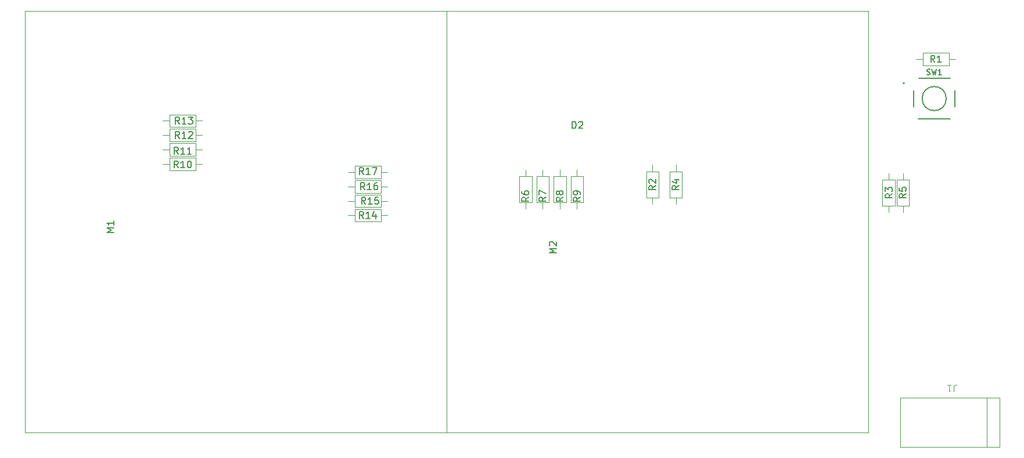
<source format=gbr>
%TF.GenerationSoftware,KiCad,Pcbnew,8.0.1*%
%TF.CreationDate,2024-05-09T09:41:50-04:00*%
%TF.ProjectId,Project 4.0,50726f6a-6563-4742-9034-2e302e6b6963,rev?*%
%TF.SameCoordinates,Original*%
%TF.FileFunction,Legend,Top*%
%TF.FilePolarity,Positive*%
%FSLAX46Y46*%
G04 Gerber Fmt 4.6, Leading zero omitted, Abs format (unit mm)*
G04 Created by KiCad (PCBNEW 8.0.1) date 2024-05-09 09:41:50*
%MOMM*%
%LPD*%
G01*
G04 APERTURE LIST*
%ADD10C,0.150000*%
%ADD11C,0.100000*%
%ADD12C,0.120000*%
%ADD13C,0.127000*%
%ADD14C,0.200000*%
G04 APERTURE END LIST*
D10*
X146357142Y-81354819D02*
X146023809Y-80878628D01*
X145785714Y-81354819D02*
X145785714Y-80354819D01*
X145785714Y-80354819D02*
X146166666Y-80354819D01*
X146166666Y-80354819D02*
X146261904Y-80402438D01*
X146261904Y-80402438D02*
X146309523Y-80450057D01*
X146309523Y-80450057D02*
X146357142Y-80545295D01*
X146357142Y-80545295D02*
X146357142Y-80688152D01*
X146357142Y-80688152D02*
X146309523Y-80783390D01*
X146309523Y-80783390D02*
X146261904Y-80831009D01*
X146261904Y-80831009D02*
X146166666Y-80878628D01*
X146166666Y-80878628D02*
X145785714Y-80878628D01*
X147309523Y-81354819D02*
X146738095Y-81354819D01*
X147023809Y-81354819D02*
X147023809Y-80354819D01*
X147023809Y-80354819D02*
X146928571Y-80497676D01*
X146928571Y-80497676D02*
X146833333Y-80592914D01*
X146833333Y-80592914D02*
X146738095Y-80640533D01*
X147928571Y-80354819D02*
X148023809Y-80354819D01*
X148023809Y-80354819D02*
X148119047Y-80402438D01*
X148119047Y-80402438D02*
X148166666Y-80450057D01*
X148166666Y-80450057D02*
X148214285Y-80545295D01*
X148214285Y-80545295D02*
X148261904Y-80735771D01*
X148261904Y-80735771D02*
X148261904Y-80973866D01*
X148261904Y-80973866D02*
X148214285Y-81164342D01*
X148214285Y-81164342D02*
X148166666Y-81259580D01*
X148166666Y-81259580D02*
X148119047Y-81307200D01*
X148119047Y-81307200D02*
X148023809Y-81354819D01*
X148023809Y-81354819D02*
X147928571Y-81354819D01*
X147928571Y-81354819D02*
X147833333Y-81307200D01*
X147833333Y-81307200D02*
X147785714Y-81259580D01*
X147785714Y-81259580D02*
X147738095Y-81164342D01*
X147738095Y-81164342D02*
X147690476Y-80973866D01*
X147690476Y-80973866D02*
X147690476Y-80735771D01*
X147690476Y-80735771D02*
X147738095Y-80545295D01*
X147738095Y-80545295D02*
X147785714Y-80450057D01*
X147785714Y-80450057D02*
X147833333Y-80402438D01*
X147833333Y-80402438D02*
X147928571Y-80354819D01*
X255493332Y-67729802D02*
X255607618Y-67767897D01*
X255607618Y-67767897D02*
X255798094Y-67767897D01*
X255798094Y-67767897D02*
X255874285Y-67729802D01*
X255874285Y-67729802D02*
X255912380Y-67691706D01*
X255912380Y-67691706D02*
X255950475Y-67615516D01*
X255950475Y-67615516D02*
X255950475Y-67539325D01*
X255950475Y-67539325D02*
X255912380Y-67463135D01*
X255912380Y-67463135D02*
X255874285Y-67425040D01*
X255874285Y-67425040D02*
X255798094Y-67386944D01*
X255798094Y-67386944D02*
X255645713Y-67348849D01*
X255645713Y-67348849D02*
X255569523Y-67310754D01*
X255569523Y-67310754D02*
X255531428Y-67272659D01*
X255531428Y-67272659D02*
X255493332Y-67196468D01*
X255493332Y-67196468D02*
X255493332Y-67120278D01*
X255493332Y-67120278D02*
X255531428Y-67044087D01*
X255531428Y-67044087D02*
X255569523Y-67005992D01*
X255569523Y-67005992D02*
X255645713Y-66967897D01*
X255645713Y-66967897D02*
X255836190Y-66967897D01*
X255836190Y-66967897D02*
X255950475Y-67005992D01*
X256217142Y-66967897D02*
X256407618Y-67767897D01*
X256407618Y-67767897D02*
X256559999Y-67196468D01*
X256559999Y-67196468D02*
X256712380Y-67767897D01*
X256712380Y-67767897D02*
X256902857Y-66967897D01*
X257626666Y-67767897D02*
X257169523Y-67767897D01*
X257398095Y-67767897D02*
X257398095Y-66967897D01*
X257398095Y-66967897D02*
X257321904Y-67082182D01*
X257321904Y-67082182D02*
X257245714Y-67158373D01*
X257245714Y-67158373D02*
X257169523Y-67196468D01*
X204954819Y-85666666D02*
X204478628Y-85999999D01*
X204954819Y-86238094D02*
X203954819Y-86238094D01*
X203954819Y-86238094D02*
X203954819Y-85857142D01*
X203954819Y-85857142D02*
X204002438Y-85761904D01*
X204002438Y-85761904D02*
X204050057Y-85714285D01*
X204050057Y-85714285D02*
X204145295Y-85666666D01*
X204145295Y-85666666D02*
X204288152Y-85666666D01*
X204288152Y-85666666D02*
X204383390Y-85714285D01*
X204383390Y-85714285D02*
X204431009Y-85761904D01*
X204431009Y-85761904D02*
X204478628Y-85857142D01*
X204478628Y-85857142D02*
X204478628Y-86238094D01*
X204954819Y-85190475D02*
X204954819Y-84999999D01*
X204954819Y-84999999D02*
X204907200Y-84904761D01*
X204907200Y-84904761D02*
X204859580Y-84857142D01*
X204859580Y-84857142D02*
X204716723Y-84761904D01*
X204716723Y-84761904D02*
X204526247Y-84714285D01*
X204526247Y-84714285D02*
X204145295Y-84714285D01*
X204145295Y-84714285D02*
X204050057Y-84761904D01*
X204050057Y-84761904D02*
X204002438Y-84809523D01*
X204002438Y-84809523D02*
X203954819Y-84904761D01*
X203954819Y-84904761D02*
X203954819Y-85095237D01*
X203954819Y-85095237D02*
X204002438Y-85190475D01*
X204002438Y-85190475D02*
X204050057Y-85238094D01*
X204050057Y-85238094D02*
X204145295Y-85285713D01*
X204145295Y-85285713D02*
X204383390Y-85285713D01*
X204383390Y-85285713D02*
X204478628Y-85238094D01*
X204478628Y-85238094D02*
X204526247Y-85190475D01*
X204526247Y-85190475D02*
X204573866Y-85095237D01*
X204573866Y-85095237D02*
X204573866Y-84904761D01*
X204573866Y-84904761D02*
X204526247Y-84809523D01*
X204526247Y-84809523D02*
X204478628Y-84761904D01*
X204478628Y-84761904D02*
X204383390Y-84714285D01*
X215954819Y-83976666D02*
X215478628Y-84309999D01*
X215954819Y-84548094D02*
X214954819Y-84548094D01*
X214954819Y-84548094D02*
X214954819Y-84167142D01*
X214954819Y-84167142D02*
X215002438Y-84071904D01*
X215002438Y-84071904D02*
X215050057Y-84024285D01*
X215050057Y-84024285D02*
X215145295Y-83976666D01*
X215145295Y-83976666D02*
X215288152Y-83976666D01*
X215288152Y-83976666D02*
X215383390Y-84024285D01*
X215383390Y-84024285D02*
X215431009Y-84071904D01*
X215431009Y-84071904D02*
X215478628Y-84167142D01*
X215478628Y-84167142D02*
X215478628Y-84548094D01*
X215050057Y-83595713D02*
X215002438Y-83548094D01*
X215002438Y-83548094D02*
X214954819Y-83452856D01*
X214954819Y-83452856D02*
X214954819Y-83214761D01*
X214954819Y-83214761D02*
X215002438Y-83119523D01*
X215002438Y-83119523D02*
X215050057Y-83071904D01*
X215050057Y-83071904D02*
X215145295Y-83024285D01*
X215145295Y-83024285D02*
X215240533Y-83024285D01*
X215240533Y-83024285D02*
X215383390Y-83071904D01*
X215383390Y-83071904D02*
X215954819Y-83643332D01*
X215954819Y-83643332D02*
X215954819Y-83024285D01*
X252454819Y-85166666D02*
X251978628Y-85499999D01*
X252454819Y-85738094D02*
X251454819Y-85738094D01*
X251454819Y-85738094D02*
X251454819Y-85357142D01*
X251454819Y-85357142D02*
X251502438Y-85261904D01*
X251502438Y-85261904D02*
X251550057Y-85214285D01*
X251550057Y-85214285D02*
X251645295Y-85166666D01*
X251645295Y-85166666D02*
X251788152Y-85166666D01*
X251788152Y-85166666D02*
X251883390Y-85214285D01*
X251883390Y-85214285D02*
X251931009Y-85261904D01*
X251931009Y-85261904D02*
X251978628Y-85357142D01*
X251978628Y-85357142D02*
X251978628Y-85738094D01*
X251454819Y-84261904D02*
X251454819Y-84738094D01*
X251454819Y-84738094D02*
X251931009Y-84785713D01*
X251931009Y-84785713D02*
X251883390Y-84738094D01*
X251883390Y-84738094D02*
X251835771Y-84642856D01*
X251835771Y-84642856D02*
X251835771Y-84404761D01*
X251835771Y-84404761D02*
X251883390Y-84309523D01*
X251883390Y-84309523D02*
X251931009Y-84261904D01*
X251931009Y-84261904D02*
X252026247Y-84214285D01*
X252026247Y-84214285D02*
X252264342Y-84214285D01*
X252264342Y-84214285D02*
X252359580Y-84261904D01*
X252359580Y-84261904D02*
X252407200Y-84309523D01*
X252407200Y-84309523D02*
X252454819Y-84404761D01*
X252454819Y-84404761D02*
X252454819Y-84642856D01*
X252454819Y-84642856D02*
X252407200Y-84738094D01*
X252407200Y-84738094D02*
X252359580Y-84785713D01*
X197454819Y-85666666D02*
X196978628Y-85999999D01*
X197454819Y-86238094D02*
X196454819Y-86238094D01*
X196454819Y-86238094D02*
X196454819Y-85857142D01*
X196454819Y-85857142D02*
X196502438Y-85761904D01*
X196502438Y-85761904D02*
X196550057Y-85714285D01*
X196550057Y-85714285D02*
X196645295Y-85666666D01*
X196645295Y-85666666D02*
X196788152Y-85666666D01*
X196788152Y-85666666D02*
X196883390Y-85714285D01*
X196883390Y-85714285D02*
X196931009Y-85761904D01*
X196931009Y-85761904D02*
X196978628Y-85857142D01*
X196978628Y-85857142D02*
X196978628Y-86238094D01*
X196454819Y-84809523D02*
X196454819Y-84999999D01*
X196454819Y-84999999D02*
X196502438Y-85095237D01*
X196502438Y-85095237D02*
X196550057Y-85142856D01*
X196550057Y-85142856D02*
X196692914Y-85238094D01*
X196692914Y-85238094D02*
X196883390Y-85285713D01*
X196883390Y-85285713D02*
X197264342Y-85285713D01*
X197264342Y-85285713D02*
X197359580Y-85238094D01*
X197359580Y-85238094D02*
X197407200Y-85190475D01*
X197407200Y-85190475D02*
X197454819Y-85095237D01*
X197454819Y-85095237D02*
X197454819Y-84904761D01*
X197454819Y-84904761D02*
X197407200Y-84809523D01*
X197407200Y-84809523D02*
X197359580Y-84761904D01*
X197359580Y-84761904D02*
X197264342Y-84714285D01*
X197264342Y-84714285D02*
X197026247Y-84714285D01*
X197026247Y-84714285D02*
X196931009Y-84761904D01*
X196931009Y-84761904D02*
X196883390Y-84809523D01*
X196883390Y-84809523D02*
X196835771Y-84904761D01*
X196835771Y-84904761D02*
X196835771Y-85095237D01*
X196835771Y-85095237D02*
X196883390Y-85190475D01*
X196883390Y-85190475D02*
X196931009Y-85238094D01*
X196931009Y-85238094D02*
X197026247Y-85285713D01*
X173357142Y-88754819D02*
X173023809Y-88278628D01*
X172785714Y-88754819D02*
X172785714Y-87754819D01*
X172785714Y-87754819D02*
X173166666Y-87754819D01*
X173166666Y-87754819D02*
X173261904Y-87802438D01*
X173261904Y-87802438D02*
X173309523Y-87850057D01*
X173309523Y-87850057D02*
X173357142Y-87945295D01*
X173357142Y-87945295D02*
X173357142Y-88088152D01*
X173357142Y-88088152D02*
X173309523Y-88183390D01*
X173309523Y-88183390D02*
X173261904Y-88231009D01*
X173261904Y-88231009D02*
X173166666Y-88278628D01*
X173166666Y-88278628D02*
X172785714Y-88278628D01*
X174309523Y-88754819D02*
X173738095Y-88754819D01*
X174023809Y-88754819D02*
X174023809Y-87754819D01*
X174023809Y-87754819D02*
X173928571Y-87897676D01*
X173928571Y-87897676D02*
X173833333Y-87992914D01*
X173833333Y-87992914D02*
X173738095Y-88040533D01*
X175166666Y-88088152D02*
X175166666Y-88754819D01*
X174928571Y-87707200D02*
X174690476Y-88421485D01*
X174690476Y-88421485D02*
X175309523Y-88421485D01*
X173667142Y-86654819D02*
X173333809Y-86178628D01*
X173095714Y-86654819D02*
X173095714Y-85654819D01*
X173095714Y-85654819D02*
X173476666Y-85654819D01*
X173476666Y-85654819D02*
X173571904Y-85702438D01*
X173571904Y-85702438D02*
X173619523Y-85750057D01*
X173619523Y-85750057D02*
X173667142Y-85845295D01*
X173667142Y-85845295D02*
X173667142Y-85988152D01*
X173667142Y-85988152D02*
X173619523Y-86083390D01*
X173619523Y-86083390D02*
X173571904Y-86131009D01*
X173571904Y-86131009D02*
X173476666Y-86178628D01*
X173476666Y-86178628D02*
X173095714Y-86178628D01*
X174619523Y-86654819D02*
X174048095Y-86654819D01*
X174333809Y-86654819D02*
X174333809Y-85654819D01*
X174333809Y-85654819D02*
X174238571Y-85797676D01*
X174238571Y-85797676D02*
X174143333Y-85892914D01*
X174143333Y-85892914D02*
X174048095Y-85940533D01*
X175524285Y-85654819D02*
X175048095Y-85654819D01*
X175048095Y-85654819D02*
X175000476Y-86131009D01*
X175000476Y-86131009D02*
X175048095Y-86083390D01*
X175048095Y-86083390D02*
X175143333Y-86035771D01*
X175143333Y-86035771D02*
X175381428Y-86035771D01*
X175381428Y-86035771D02*
X175476666Y-86083390D01*
X175476666Y-86083390D02*
X175524285Y-86131009D01*
X175524285Y-86131009D02*
X175571904Y-86226247D01*
X175571904Y-86226247D02*
X175571904Y-86464342D01*
X175571904Y-86464342D02*
X175524285Y-86559580D01*
X175524285Y-86559580D02*
X175476666Y-86607200D01*
X175476666Y-86607200D02*
X175381428Y-86654819D01*
X175381428Y-86654819D02*
X175143333Y-86654819D01*
X175143333Y-86654819D02*
X175048095Y-86607200D01*
X175048095Y-86607200D02*
X175000476Y-86559580D01*
X202454819Y-85666666D02*
X201978628Y-85999999D01*
X202454819Y-86238094D02*
X201454819Y-86238094D01*
X201454819Y-86238094D02*
X201454819Y-85857142D01*
X201454819Y-85857142D02*
X201502438Y-85761904D01*
X201502438Y-85761904D02*
X201550057Y-85714285D01*
X201550057Y-85714285D02*
X201645295Y-85666666D01*
X201645295Y-85666666D02*
X201788152Y-85666666D01*
X201788152Y-85666666D02*
X201883390Y-85714285D01*
X201883390Y-85714285D02*
X201931009Y-85761904D01*
X201931009Y-85761904D02*
X201978628Y-85857142D01*
X201978628Y-85857142D02*
X201978628Y-86238094D01*
X201883390Y-85095237D02*
X201835771Y-85190475D01*
X201835771Y-85190475D02*
X201788152Y-85238094D01*
X201788152Y-85238094D02*
X201692914Y-85285713D01*
X201692914Y-85285713D02*
X201645295Y-85285713D01*
X201645295Y-85285713D02*
X201550057Y-85238094D01*
X201550057Y-85238094D02*
X201502438Y-85190475D01*
X201502438Y-85190475D02*
X201454819Y-85095237D01*
X201454819Y-85095237D02*
X201454819Y-84904761D01*
X201454819Y-84904761D02*
X201502438Y-84809523D01*
X201502438Y-84809523D02*
X201550057Y-84761904D01*
X201550057Y-84761904D02*
X201645295Y-84714285D01*
X201645295Y-84714285D02*
X201692914Y-84714285D01*
X201692914Y-84714285D02*
X201788152Y-84761904D01*
X201788152Y-84761904D02*
X201835771Y-84809523D01*
X201835771Y-84809523D02*
X201883390Y-84904761D01*
X201883390Y-84904761D02*
X201883390Y-85095237D01*
X201883390Y-85095237D02*
X201931009Y-85190475D01*
X201931009Y-85190475D02*
X201978628Y-85238094D01*
X201978628Y-85238094D02*
X202073866Y-85285713D01*
X202073866Y-85285713D02*
X202264342Y-85285713D01*
X202264342Y-85285713D02*
X202359580Y-85238094D01*
X202359580Y-85238094D02*
X202407200Y-85190475D01*
X202407200Y-85190475D02*
X202454819Y-85095237D01*
X202454819Y-85095237D02*
X202454819Y-84904761D01*
X202454819Y-84904761D02*
X202407200Y-84809523D01*
X202407200Y-84809523D02*
X202359580Y-84761904D01*
X202359580Y-84761904D02*
X202264342Y-84714285D01*
X202264342Y-84714285D02*
X202073866Y-84714285D01*
X202073866Y-84714285D02*
X201978628Y-84761904D01*
X201978628Y-84761904D02*
X201931009Y-84809523D01*
X201931009Y-84809523D02*
X201883390Y-84904761D01*
X199954819Y-85666666D02*
X199478628Y-85999999D01*
X199954819Y-86238094D02*
X198954819Y-86238094D01*
X198954819Y-86238094D02*
X198954819Y-85857142D01*
X198954819Y-85857142D02*
X199002438Y-85761904D01*
X199002438Y-85761904D02*
X199050057Y-85714285D01*
X199050057Y-85714285D02*
X199145295Y-85666666D01*
X199145295Y-85666666D02*
X199288152Y-85666666D01*
X199288152Y-85666666D02*
X199383390Y-85714285D01*
X199383390Y-85714285D02*
X199431009Y-85761904D01*
X199431009Y-85761904D02*
X199478628Y-85857142D01*
X199478628Y-85857142D02*
X199478628Y-86238094D01*
X198954819Y-85333332D02*
X198954819Y-84666666D01*
X198954819Y-84666666D02*
X199954819Y-85095237D01*
X146547142Y-74954819D02*
X146213809Y-74478628D01*
X145975714Y-74954819D02*
X145975714Y-73954819D01*
X145975714Y-73954819D02*
X146356666Y-73954819D01*
X146356666Y-73954819D02*
X146451904Y-74002438D01*
X146451904Y-74002438D02*
X146499523Y-74050057D01*
X146499523Y-74050057D02*
X146547142Y-74145295D01*
X146547142Y-74145295D02*
X146547142Y-74288152D01*
X146547142Y-74288152D02*
X146499523Y-74383390D01*
X146499523Y-74383390D02*
X146451904Y-74431009D01*
X146451904Y-74431009D02*
X146356666Y-74478628D01*
X146356666Y-74478628D02*
X145975714Y-74478628D01*
X147499523Y-74954819D02*
X146928095Y-74954819D01*
X147213809Y-74954819D02*
X147213809Y-73954819D01*
X147213809Y-73954819D02*
X147118571Y-74097676D01*
X147118571Y-74097676D02*
X147023333Y-74192914D01*
X147023333Y-74192914D02*
X146928095Y-74240533D01*
X147832857Y-73954819D02*
X148451904Y-73954819D01*
X148451904Y-73954819D02*
X148118571Y-74335771D01*
X148118571Y-74335771D02*
X148261428Y-74335771D01*
X148261428Y-74335771D02*
X148356666Y-74383390D01*
X148356666Y-74383390D02*
X148404285Y-74431009D01*
X148404285Y-74431009D02*
X148451904Y-74526247D01*
X148451904Y-74526247D02*
X148451904Y-74764342D01*
X148451904Y-74764342D02*
X148404285Y-74859580D01*
X148404285Y-74859580D02*
X148356666Y-74907200D01*
X148356666Y-74907200D02*
X148261428Y-74954819D01*
X148261428Y-74954819D02*
X147975714Y-74954819D01*
X147975714Y-74954819D02*
X147880476Y-74907200D01*
X147880476Y-74907200D02*
X147832857Y-74859580D01*
X250454819Y-85166666D02*
X249978628Y-85499999D01*
X250454819Y-85738094D02*
X249454819Y-85738094D01*
X249454819Y-85738094D02*
X249454819Y-85357142D01*
X249454819Y-85357142D02*
X249502438Y-85261904D01*
X249502438Y-85261904D02*
X249550057Y-85214285D01*
X249550057Y-85214285D02*
X249645295Y-85166666D01*
X249645295Y-85166666D02*
X249788152Y-85166666D01*
X249788152Y-85166666D02*
X249883390Y-85214285D01*
X249883390Y-85214285D02*
X249931009Y-85261904D01*
X249931009Y-85261904D02*
X249978628Y-85357142D01*
X249978628Y-85357142D02*
X249978628Y-85738094D01*
X249454819Y-84833332D02*
X249454819Y-84214285D01*
X249454819Y-84214285D02*
X249835771Y-84547618D01*
X249835771Y-84547618D02*
X249835771Y-84404761D01*
X249835771Y-84404761D02*
X249883390Y-84309523D01*
X249883390Y-84309523D02*
X249931009Y-84261904D01*
X249931009Y-84261904D02*
X250026247Y-84214285D01*
X250026247Y-84214285D02*
X250264342Y-84214285D01*
X250264342Y-84214285D02*
X250359580Y-84261904D01*
X250359580Y-84261904D02*
X250407200Y-84309523D01*
X250407200Y-84309523D02*
X250454819Y-84404761D01*
X250454819Y-84404761D02*
X250454819Y-84690475D01*
X250454819Y-84690475D02*
X250407200Y-84785713D01*
X250407200Y-84785713D02*
X250359580Y-84833332D01*
X146547142Y-77054819D02*
X146213809Y-76578628D01*
X145975714Y-77054819D02*
X145975714Y-76054819D01*
X145975714Y-76054819D02*
X146356666Y-76054819D01*
X146356666Y-76054819D02*
X146451904Y-76102438D01*
X146451904Y-76102438D02*
X146499523Y-76150057D01*
X146499523Y-76150057D02*
X146547142Y-76245295D01*
X146547142Y-76245295D02*
X146547142Y-76388152D01*
X146547142Y-76388152D02*
X146499523Y-76483390D01*
X146499523Y-76483390D02*
X146451904Y-76531009D01*
X146451904Y-76531009D02*
X146356666Y-76578628D01*
X146356666Y-76578628D02*
X145975714Y-76578628D01*
X147499523Y-77054819D02*
X146928095Y-77054819D01*
X147213809Y-77054819D02*
X147213809Y-76054819D01*
X147213809Y-76054819D02*
X147118571Y-76197676D01*
X147118571Y-76197676D02*
X147023333Y-76292914D01*
X147023333Y-76292914D02*
X146928095Y-76340533D01*
X147880476Y-76150057D02*
X147928095Y-76102438D01*
X147928095Y-76102438D02*
X148023333Y-76054819D01*
X148023333Y-76054819D02*
X148261428Y-76054819D01*
X148261428Y-76054819D02*
X148356666Y-76102438D01*
X148356666Y-76102438D02*
X148404285Y-76150057D01*
X148404285Y-76150057D02*
X148451904Y-76245295D01*
X148451904Y-76245295D02*
X148451904Y-76340533D01*
X148451904Y-76340533D02*
X148404285Y-76483390D01*
X148404285Y-76483390D02*
X147832857Y-77054819D01*
X147832857Y-77054819D02*
X148451904Y-77054819D01*
X146357142Y-79354819D02*
X146023809Y-78878628D01*
X145785714Y-79354819D02*
X145785714Y-78354819D01*
X145785714Y-78354819D02*
X146166666Y-78354819D01*
X146166666Y-78354819D02*
X146261904Y-78402438D01*
X146261904Y-78402438D02*
X146309523Y-78450057D01*
X146309523Y-78450057D02*
X146357142Y-78545295D01*
X146357142Y-78545295D02*
X146357142Y-78688152D01*
X146357142Y-78688152D02*
X146309523Y-78783390D01*
X146309523Y-78783390D02*
X146261904Y-78831009D01*
X146261904Y-78831009D02*
X146166666Y-78878628D01*
X146166666Y-78878628D02*
X145785714Y-78878628D01*
X147309523Y-79354819D02*
X146738095Y-79354819D01*
X147023809Y-79354819D02*
X147023809Y-78354819D01*
X147023809Y-78354819D02*
X146928571Y-78497676D01*
X146928571Y-78497676D02*
X146833333Y-78592914D01*
X146833333Y-78592914D02*
X146738095Y-78640533D01*
X148261904Y-79354819D02*
X147690476Y-79354819D01*
X147976190Y-79354819D02*
X147976190Y-78354819D01*
X147976190Y-78354819D02*
X147880952Y-78497676D01*
X147880952Y-78497676D02*
X147785714Y-78592914D01*
X147785714Y-78592914D02*
X147690476Y-78640533D01*
X219354819Y-83976666D02*
X218878628Y-84309999D01*
X219354819Y-84548094D02*
X218354819Y-84548094D01*
X218354819Y-84548094D02*
X218354819Y-84167142D01*
X218354819Y-84167142D02*
X218402438Y-84071904D01*
X218402438Y-84071904D02*
X218450057Y-84024285D01*
X218450057Y-84024285D02*
X218545295Y-83976666D01*
X218545295Y-83976666D02*
X218688152Y-83976666D01*
X218688152Y-83976666D02*
X218783390Y-84024285D01*
X218783390Y-84024285D02*
X218831009Y-84071904D01*
X218831009Y-84071904D02*
X218878628Y-84167142D01*
X218878628Y-84167142D02*
X218878628Y-84548094D01*
X218688152Y-83119523D02*
X219354819Y-83119523D01*
X218307200Y-83357618D02*
X219021485Y-83595713D01*
X219021485Y-83595713D02*
X219021485Y-82976666D01*
X173547142Y-84554819D02*
X173213809Y-84078628D01*
X172975714Y-84554819D02*
X172975714Y-83554819D01*
X172975714Y-83554819D02*
X173356666Y-83554819D01*
X173356666Y-83554819D02*
X173451904Y-83602438D01*
X173451904Y-83602438D02*
X173499523Y-83650057D01*
X173499523Y-83650057D02*
X173547142Y-83745295D01*
X173547142Y-83745295D02*
X173547142Y-83888152D01*
X173547142Y-83888152D02*
X173499523Y-83983390D01*
X173499523Y-83983390D02*
X173451904Y-84031009D01*
X173451904Y-84031009D02*
X173356666Y-84078628D01*
X173356666Y-84078628D02*
X172975714Y-84078628D01*
X174499523Y-84554819D02*
X173928095Y-84554819D01*
X174213809Y-84554819D02*
X174213809Y-83554819D01*
X174213809Y-83554819D02*
X174118571Y-83697676D01*
X174118571Y-83697676D02*
X174023333Y-83792914D01*
X174023333Y-83792914D02*
X173928095Y-83840533D01*
X175356666Y-83554819D02*
X175166190Y-83554819D01*
X175166190Y-83554819D02*
X175070952Y-83602438D01*
X175070952Y-83602438D02*
X175023333Y-83650057D01*
X175023333Y-83650057D02*
X174928095Y-83792914D01*
X174928095Y-83792914D02*
X174880476Y-83983390D01*
X174880476Y-83983390D02*
X174880476Y-84364342D01*
X174880476Y-84364342D02*
X174928095Y-84459580D01*
X174928095Y-84459580D02*
X174975714Y-84507200D01*
X174975714Y-84507200D02*
X175070952Y-84554819D01*
X175070952Y-84554819D02*
X175261428Y-84554819D01*
X175261428Y-84554819D02*
X175356666Y-84507200D01*
X175356666Y-84507200D02*
X175404285Y-84459580D01*
X175404285Y-84459580D02*
X175451904Y-84364342D01*
X175451904Y-84364342D02*
X175451904Y-84126247D01*
X175451904Y-84126247D02*
X175404285Y-84031009D01*
X175404285Y-84031009D02*
X175356666Y-83983390D01*
X175356666Y-83983390D02*
X175261428Y-83935771D01*
X175261428Y-83935771D02*
X175070952Y-83935771D01*
X175070952Y-83935771D02*
X174975714Y-83983390D01*
X174975714Y-83983390D02*
X174928095Y-84031009D01*
X174928095Y-84031009D02*
X174880476Y-84126247D01*
X256643333Y-65954819D02*
X256310000Y-65478628D01*
X256071905Y-65954819D02*
X256071905Y-64954819D01*
X256071905Y-64954819D02*
X256452857Y-64954819D01*
X256452857Y-64954819D02*
X256548095Y-65002438D01*
X256548095Y-65002438D02*
X256595714Y-65050057D01*
X256595714Y-65050057D02*
X256643333Y-65145295D01*
X256643333Y-65145295D02*
X256643333Y-65288152D01*
X256643333Y-65288152D02*
X256595714Y-65383390D01*
X256595714Y-65383390D02*
X256548095Y-65431009D01*
X256548095Y-65431009D02*
X256452857Y-65478628D01*
X256452857Y-65478628D02*
X256071905Y-65478628D01*
X257595714Y-65954819D02*
X257024286Y-65954819D01*
X257310000Y-65954819D02*
X257310000Y-64954819D01*
X257310000Y-64954819D02*
X257214762Y-65097676D01*
X257214762Y-65097676D02*
X257119524Y-65192914D01*
X257119524Y-65192914D02*
X257024286Y-65240533D01*
X201454819Y-93809523D02*
X200454819Y-93809523D01*
X200454819Y-93809523D02*
X201169104Y-93476190D01*
X201169104Y-93476190D02*
X200454819Y-93142857D01*
X200454819Y-93142857D02*
X201454819Y-93142857D01*
X200550057Y-92714285D02*
X200502438Y-92666666D01*
X200502438Y-92666666D02*
X200454819Y-92571428D01*
X200454819Y-92571428D02*
X200454819Y-92333333D01*
X200454819Y-92333333D02*
X200502438Y-92238095D01*
X200502438Y-92238095D02*
X200550057Y-92190476D01*
X200550057Y-92190476D02*
X200645295Y-92142857D01*
X200645295Y-92142857D02*
X200740533Y-92142857D01*
X200740533Y-92142857D02*
X200883390Y-92190476D01*
X200883390Y-92190476D02*
X201454819Y-92761904D01*
X201454819Y-92761904D02*
X201454819Y-92142857D01*
X173357142Y-82334819D02*
X173023809Y-81858628D01*
X172785714Y-82334819D02*
X172785714Y-81334819D01*
X172785714Y-81334819D02*
X173166666Y-81334819D01*
X173166666Y-81334819D02*
X173261904Y-81382438D01*
X173261904Y-81382438D02*
X173309523Y-81430057D01*
X173309523Y-81430057D02*
X173357142Y-81525295D01*
X173357142Y-81525295D02*
X173357142Y-81668152D01*
X173357142Y-81668152D02*
X173309523Y-81763390D01*
X173309523Y-81763390D02*
X173261904Y-81811009D01*
X173261904Y-81811009D02*
X173166666Y-81858628D01*
X173166666Y-81858628D02*
X172785714Y-81858628D01*
X174309523Y-82334819D02*
X173738095Y-82334819D01*
X174023809Y-82334819D02*
X174023809Y-81334819D01*
X174023809Y-81334819D02*
X173928571Y-81477676D01*
X173928571Y-81477676D02*
X173833333Y-81572914D01*
X173833333Y-81572914D02*
X173738095Y-81620533D01*
X174642857Y-81334819D02*
X175309523Y-81334819D01*
X175309523Y-81334819D02*
X174880952Y-82334819D01*
X203801905Y-75599819D02*
X203801905Y-74599819D01*
X203801905Y-74599819D02*
X204040000Y-74599819D01*
X204040000Y-74599819D02*
X204182857Y-74647438D01*
X204182857Y-74647438D02*
X204278095Y-74742676D01*
X204278095Y-74742676D02*
X204325714Y-74837914D01*
X204325714Y-74837914D02*
X204373333Y-75028390D01*
X204373333Y-75028390D02*
X204373333Y-75171247D01*
X204373333Y-75171247D02*
X204325714Y-75361723D01*
X204325714Y-75361723D02*
X204278095Y-75456961D01*
X204278095Y-75456961D02*
X204182857Y-75552200D01*
X204182857Y-75552200D02*
X204040000Y-75599819D01*
X204040000Y-75599819D02*
X203801905Y-75599819D01*
X204754286Y-74695057D02*
X204801905Y-74647438D01*
X204801905Y-74647438D02*
X204897143Y-74599819D01*
X204897143Y-74599819D02*
X205135238Y-74599819D01*
X205135238Y-74599819D02*
X205230476Y-74647438D01*
X205230476Y-74647438D02*
X205278095Y-74695057D01*
X205278095Y-74695057D02*
X205325714Y-74790295D01*
X205325714Y-74790295D02*
X205325714Y-74885533D01*
X205325714Y-74885533D02*
X205278095Y-75028390D01*
X205278095Y-75028390D02*
X204706667Y-75599819D01*
X204706667Y-75599819D02*
X205325714Y-75599819D01*
X136954819Y-90809523D02*
X135954819Y-90809523D01*
X135954819Y-90809523D02*
X136669104Y-90476190D01*
X136669104Y-90476190D02*
X135954819Y-90142857D01*
X135954819Y-90142857D02*
X136954819Y-90142857D01*
X136954819Y-89142857D02*
X136954819Y-89714285D01*
X136954819Y-89428571D02*
X135954819Y-89428571D01*
X135954819Y-89428571D02*
X136097676Y-89523809D01*
X136097676Y-89523809D02*
X136192914Y-89619047D01*
X136192914Y-89619047D02*
X136240533Y-89714285D01*
D11*
X259433333Y-114042580D02*
X259433333Y-113328295D01*
X259433333Y-113328295D02*
X259480952Y-113185438D01*
X259480952Y-113185438D02*
X259576190Y-113090200D01*
X259576190Y-113090200D02*
X259719047Y-113042580D01*
X259719047Y-113042580D02*
X259814285Y-113042580D01*
X258433333Y-113042580D02*
X259004761Y-113042580D01*
X258719047Y-113042580D02*
X258719047Y-114042580D01*
X258719047Y-114042580D02*
X258814285Y-113899723D01*
X258814285Y-113899723D02*
X258909523Y-113804485D01*
X258909523Y-113804485D02*
X259004761Y-113756866D01*
D12*
%TO.C,R10*%
X144130000Y-80800000D02*
X145080000Y-80800000D01*
X145080000Y-79880000D02*
X145080000Y-81720000D01*
X145080000Y-81720000D02*
X148920000Y-81720000D01*
X148920000Y-79880000D02*
X145080000Y-79880000D01*
X148920000Y-81720000D02*
X148920000Y-79880000D01*
X149870000Y-80800000D02*
X148920000Y-80800000D01*
D13*
%TO.C,SW1*%
X253565000Y-70100000D02*
X253565000Y-72400000D01*
X254360000Y-68255000D02*
X258860000Y-68255000D01*
X258860000Y-74245000D02*
X254260000Y-74245000D01*
X259560000Y-70100000D02*
X259560000Y-72400000D01*
D14*
X252215000Y-69000000D02*
G75*
G02*
X252015000Y-69000000I-100000J0D01*
G01*
X252015000Y-69000000D02*
G75*
G02*
X252215000Y-69000000I100000J0D01*
G01*
D13*
X258315000Y-71250000D02*
G75*
G02*
X254805000Y-71250000I-1755000J0D01*
G01*
X254805000Y-71250000D02*
G75*
G02*
X258315000Y-71250000I1755000J0D01*
G01*
D12*
%TO.C,R9*%
X203580000Y-82580000D02*
X203580000Y-86420000D01*
X203580000Y-86420000D02*
X205420000Y-86420000D01*
X204500000Y-81630000D02*
X204500000Y-82580000D01*
X204500000Y-87370000D02*
X204500000Y-86420000D01*
X205420000Y-82580000D02*
X203580000Y-82580000D01*
X205420000Y-86420000D02*
X205420000Y-82580000D01*
%TO.C,R2*%
X214580000Y-81890000D02*
X214580000Y-85730000D01*
X214580000Y-85730000D02*
X216420000Y-85730000D01*
X215500000Y-80940000D02*
X215500000Y-81890000D01*
X215500000Y-86680000D02*
X215500000Y-85730000D01*
X216420000Y-81890000D02*
X214580000Y-81890000D01*
X216420000Y-85730000D02*
X216420000Y-81890000D01*
%TO.C,R5*%
X251080000Y-83080000D02*
X251080000Y-86920000D01*
X251080000Y-86920000D02*
X252920000Y-86920000D01*
X252000000Y-82130000D02*
X252000000Y-83080000D01*
X252000000Y-87870000D02*
X252000000Y-86920000D01*
X252920000Y-83080000D02*
X251080000Y-83080000D01*
X252920000Y-86920000D02*
X252920000Y-83080000D01*
%TO.C,R6*%
X196080000Y-82580000D02*
X196080000Y-86420000D01*
X196080000Y-86420000D02*
X197920000Y-86420000D01*
X197000000Y-81630000D02*
X197000000Y-82580000D01*
X197000000Y-87370000D02*
X197000000Y-86420000D01*
X197920000Y-82580000D02*
X196080000Y-82580000D01*
X197920000Y-86420000D02*
X197920000Y-82580000D01*
%TO.C,R14*%
X171130000Y-88300000D02*
X172080000Y-88300000D01*
X172080000Y-87380000D02*
X172080000Y-89220000D01*
X172080000Y-89220000D02*
X175920000Y-89220000D01*
X175920000Y-87380000D02*
X172080000Y-87380000D01*
X175920000Y-89220000D02*
X175920000Y-87380000D01*
X176870000Y-88300000D02*
X175920000Y-88300000D01*
%TO.C,R15*%
X171130000Y-86200000D02*
X172080000Y-86200000D01*
X172080000Y-85280000D02*
X172080000Y-87120000D01*
X172080000Y-87120000D02*
X175920000Y-87120000D01*
X175920000Y-85280000D02*
X172080000Y-85280000D01*
X175920000Y-87120000D02*
X175920000Y-85280000D01*
X176870000Y-86200000D02*
X175920000Y-86200000D01*
%TO.C,R8*%
X201080000Y-82580000D02*
X201080000Y-86420000D01*
X201080000Y-86420000D02*
X202920000Y-86420000D01*
X202000000Y-81630000D02*
X202000000Y-82580000D01*
X202000000Y-87370000D02*
X202000000Y-86420000D01*
X202920000Y-82580000D02*
X201080000Y-82580000D01*
X202920000Y-86420000D02*
X202920000Y-82580000D01*
%TO.C,R7*%
X198580000Y-82580000D02*
X198580000Y-86420000D01*
X198580000Y-86420000D02*
X200420000Y-86420000D01*
X199500000Y-81630000D02*
X199500000Y-82580000D01*
X199500000Y-87370000D02*
X199500000Y-86420000D01*
X200420000Y-82580000D02*
X198580000Y-82580000D01*
X200420000Y-86420000D02*
X200420000Y-82580000D01*
%TO.C,R13*%
X144130000Y-74500000D02*
X145080000Y-74500000D01*
X145080000Y-73580000D02*
X145080000Y-75420000D01*
X145080000Y-75420000D02*
X148920000Y-75420000D01*
X148920000Y-73580000D02*
X145080000Y-73580000D01*
X148920000Y-75420000D02*
X148920000Y-73580000D01*
X149870000Y-74500000D02*
X148920000Y-74500000D01*
%TO.C,R3*%
X248980000Y-83080000D02*
X248980000Y-86920000D01*
X248980000Y-86920000D02*
X250820000Y-86920000D01*
X249900000Y-82130000D02*
X249900000Y-83080000D01*
X249900000Y-87870000D02*
X249900000Y-86920000D01*
X250820000Y-83080000D02*
X248980000Y-83080000D01*
X250820000Y-86920000D02*
X250820000Y-83080000D01*
%TO.C,R12*%
X144130000Y-76600000D02*
X145080000Y-76600000D01*
X145080000Y-75680000D02*
X145080000Y-77520000D01*
X145080000Y-77520000D02*
X148920000Y-77520000D01*
X148920000Y-75680000D02*
X145080000Y-75680000D01*
X148920000Y-77520000D02*
X148920000Y-75680000D01*
X149870000Y-76600000D02*
X148920000Y-76600000D01*
%TO.C,R11*%
X144130000Y-78700000D02*
X145080000Y-78700000D01*
X145080000Y-77780000D02*
X145080000Y-79620000D01*
X145080000Y-79620000D02*
X148920000Y-79620000D01*
X148920000Y-77780000D02*
X145080000Y-77780000D01*
X148920000Y-79620000D02*
X148920000Y-77780000D01*
X149870000Y-78700000D02*
X148920000Y-78700000D01*
%TO.C,R4*%
X217980000Y-81890000D02*
X217980000Y-85730000D01*
X217980000Y-85730000D02*
X219820000Y-85730000D01*
X218900000Y-80940000D02*
X218900000Y-81890000D01*
X218900000Y-86680000D02*
X218900000Y-85730000D01*
X219820000Y-81890000D02*
X217980000Y-81890000D01*
X219820000Y-85730000D02*
X219820000Y-81890000D01*
%TO.C,R16*%
X171130000Y-84100000D02*
X172080000Y-84100000D01*
X172080000Y-83180000D02*
X172080000Y-85020000D01*
X172080000Y-85020000D02*
X175920000Y-85020000D01*
X175920000Y-83180000D02*
X172080000Y-83180000D01*
X175920000Y-85020000D02*
X175920000Y-83180000D01*
X176870000Y-84100000D02*
X175920000Y-84100000D01*
%TO.C,R1*%
X253940000Y-65500000D02*
X254890000Y-65500000D01*
X254890000Y-64580000D02*
X254890000Y-66420000D01*
X254890000Y-66420000D02*
X258730000Y-66420000D01*
X258730000Y-64580000D02*
X254890000Y-64580000D01*
X258730000Y-66420000D02*
X258730000Y-64580000D01*
X259680000Y-65500000D02*
X258730000Y-65500000D01*
D11*
%TO.C,M2*%
X185500000Y-58500000D02*
X185500000Y-120000000D01*
D12*
X185500000Y-120000000D02*
X247000000Y-120000000D01*
X247000000Y-58500000D02*
X185500000Y-58500000D01*
X247000000Y-120000000D02*
X247000000Y-58500000D01*
%TO.C,R17*%
X171130000Y-82000000D02*
X172080000Y-82000000D01*
X172080000Y-81080000D02*
X172080000Y-82920000D01*
X172080000Y-82920000D02*
X175920000Y-82920000D01*
X175920000Y-81080000D02*
X172080000Y-81080000D01*
X175920000Y-82920000D02*
X175920000Y-81080000D01*
X176870000Y-82000000D02*
X175920000Y-82000000D01*
D11*
%TO.C,M1*%
X124000000Y-58500000D02*
X124000000Y-120000000D01*
D12*
X124000000Y-120000000D02*
X185500000Y-120000000D01*
X185500000Y-58500000D02*
X124000000Y-58500000D01*
X185500000Y-120000000D02*
X185500000Y-58500000D01*
D11*
%TO.C,J1*%
X264200000Y-122100000D02*
X264200000Y-114900000D01*
X266100000Y-122100000D02*
X251600000Y-122100000D01*
X251600000Y-114900000D01*
X266100000Y-114900000D01*
X266100000Y-122100000D01*
%TD*%
M02*

</source>
